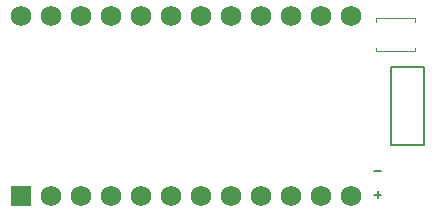
<source format=gbr>
%TF.GenerationSoftware,KiCad,Pcbnew,(6.0.4)*%
%TF.CreationDate,2022-10-25T01:53:53-04:00*%
%TF.ProjectId,battpack,62617474-7061-4636-9b2e-6b696361645f,v1.0.0*%
%TF.SameCoordinates,Original*%
%TF.FileFunction,Legend,Top*%
%TF.FilePolarity,Positive*%
%FSLAX46Y46*%
G04 Gerber Fmt 4.6, Leading zero omitted, Abs format (unit mm)*
G04 Created by KiCad (PCBNEW (6.0.4)) date 2022-10-25 01:53:53*
%MOMM*%
%LPD*%
G01*
G04 APERTURE LIST*
%ADD10C,0.150000*%
%ADD11C,0.120000*%
%ADD12R,1.752600X1.752600*%
%ADD13C,1.752600*%
G04 APERTURE END LIST*
D10*
%TO.C,*%
%TO.C,PAD3*%
X15945238Y-7557142D02*
X16554761Y-7557142D01*
X16250000Y-7861904D02*
X16250000Y-7252380D01*
%TO.C,PAD4*%
X15945238Y-5557142D02*
X16554761Y-5557142D01*
%TO.C,T2*%
X20200000Y-1950000D02*
X20200000Y1950000D01*
X20200000Y0D02*
X20200000Y3300000D01*
X20200000Y3300000D02*
X17350000Y3300000D01*
X17350000Y3300000D02*
X17350000Y-3300000D01*
X17350000Y-3300000D02*
X20200000Y-3300000D01*
X20200000Y0D02*
X20200000Y-3300000D01*
D11*
%TO.C,B1*%
X16100000Y4900000D02*
X16100000Y4600000D01*
X16100000Y7100000D02*
X16100000Y7400000D01*
X16100000Y7400000D02*
X19400000Y7400000D01*
X19400000Y4600000D02*
X19400000Y4900000D01*
X16100000Y4600000D02*
X19400000Y4600000D01*
X19400000Y7400000D02*
X19400000Y7100000D01*
%TD*%
D12*
%TO.C,*%
X-13970000Y-7620000D03*
D13*
X-11430000Y-7620000D03*
X-8890000Y-7620000D03*
X-6350000Y-7620000D03*
X-3810000Y-7620000D03*
X-1270000Y-7620000D03*
X1270000Y-7620000D03*
X3810000Y-7620000D03*
X6350000Y-7620000D03*
X8890000Y-7620000D03*
X11430000Y-7620000D03*
X13970000Y-7620000D03*
X13970000Y7620000D03*
X11430000Y7620000D03*
X8890000Y7620000D03*
X6350000Y7620000D03*
X3810000Y7620000D03*
X1270000Y7620000D03*
X-1270000Y7620000D03*
X-3810000Y7620000D03*
X-6350000Y7620000D03*
X-8890000Y7620000D03*
X-11430000Y7620000D03*
X-13970000Y7620000D03*
%TD*%
M02*

</source>
